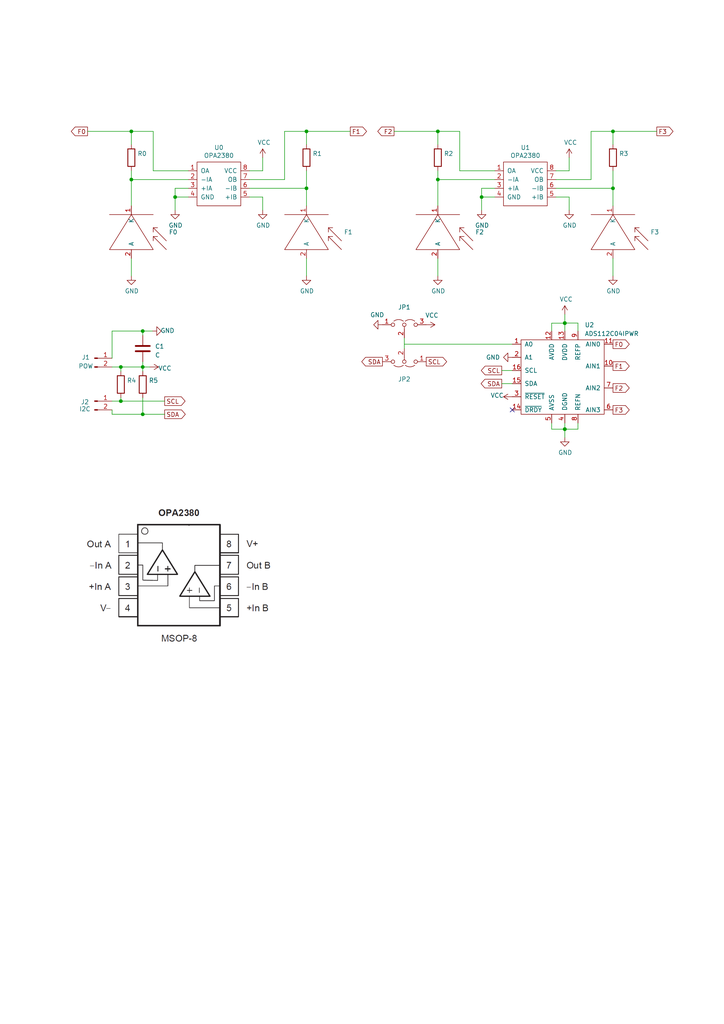
<source format=kicad_sch>
(kicad_sch (version 20230121) (generator eeschema)
  (paper "A4" portrait)
  (title_block (title "Helios - Circuito Sensorizado") (date "2022-07-25") (rev "1") (comment 1 "R = 2M") (comment 2 "VCC: 5V") (comment 3 "O0, O1, O2, O3: Salidas fotodiodos") (comment 4 "Autor: Jaime Bravo Algaba"))
  (lib_symbols
    (symbol "ADS112C04:ADS112C04IPWR" (pin_names (offset 1.016))
      (property "Reference" "U" (at 13.97 16.51 0))
      (property "Value" "ADS112C04IPWR" (at 15.24 13.97 0))
      (symbol "ADS112C04IPWR_0_1"
        (rectangle (start -10.16 -10.16) (end 13.97 11.43))
      )
      (symbol "ADS112C04IPWR_1_1"
        (pin input line (at -12.7 10.16 0) (length 2.54) (name "A0") (number "1"))
        (pin input line (at 16.51 3.81 180) (length 2.54) (name "AIN1") (number "10"))
        (pin input line (at 16.51 10.16 180) (length 2.54) (name "AIN0") (number "11"))
        (pin power_in line (at -1.27 13.97 270) (length 2.54) (name "AVDD") (number "12"))
        (pin power_in line (at 2.54 13.97 270) (length 2.54) (name "DVDD") (number "13"))
        (pin output line (at -12.7 -8.89 0) (length 2.54) (name "~{DRDY}") (number "14"))
        (pin bidirectional line (at -12.7 -1.27 0) (length 2.54) (name "SDA") (number "15"))
        (pin bidirectional line (at -12.7 2.54 0) (length 2.54) (name "SCL") (number "16"))
        (pin input line (at -12.7 6.35 0) (length 2.54) (name "A1") (number "2"))
        (pin input line (at -12.7 -5.08 0) (length 2.54) (name "~{RESET}") (number "3"))
        (pin power_out line (at 2.54 -12.7 90) (length 2.54) (name "DGND") (number "4"))
        (pin power_out line (at -1.27 -12.7 90) (length 2.54) (name "AVSS") (number "5"))
        (pin input line (at 16.51 -8.89 180) (length 2.54) (name "AIN3") (number "6"))
        (pin input line (at 16.51 -2.54 180) (length 2.54) (name "AIN2") (number "7"))
        (pin power_out line (at 6.35 -12.7 90) (length 2.54) (name "REFN") (number "8"))
        (pin power_in line (at 6.35 13.97 270) (length 2.54) (name "REFP") (number "9"))
      )
    )
    (symbol "Connector:Conn_01x02_Pin" (pin_names (offset 1.016) hide)
      (property "Reference" "J" (at 0 2.54 0))
      (property "Value" "Conn_01x02_Pin" (at 0 -5.08 0))
      (symbol "Conn_01x02_Pin_1_1"
        (polyline (pts (xy 1.27 -2.54) (xy 0.8636 -2.54)) (stroke (width 0.1524)))
        (polyline (pts (xy 1.27 0) (xy 0.8636 0)) (stroke (width 0.1524)))
        (rectangle (start 0.8636 -2.413) (end 0 -2.667) (stroke (width 0.1524)) (fill (type outline)))
        (rectangle (start 0.8636 0.127) (end 0 -0.127) (stroke (width 0.1524)) (fill (type outline)))
        (pin passive line (at 5.08 0 180) (length 3.81) (name "Pin_1") (number "1"))
        (pin passive line (at 5.08 -2.54 180) (length 3.81) (name "Pin_2") (number "2"))
      )
    )
    (symbol "Device:C" (pin_numbers hide) (pin_names (offset 0.254))
      (property "Reference" "C" (at 0.635 2.54 0))
      (property "Value" "C" (at 0.635 -2.54 0))
      (symbol "C_0_1"
        (polyline (pts (xy -2.032 -0.762) (xy 2.032 -0.762)) (stroke (width 0.508)))
        (polyline (pts (xy -2.032 0.762) (xy 2.032 0.762)) (stroke (width 0.508)))
      )
      (symbol "C_1_1"
        (pin passive line (at 0 3.81 270) (length 2.794) (name "~") (number "1"))
        (pin passive line (at 0 -3.81 90) (length 2.794) (name "~") (number "2"))
      )
    )
    (symbol "Device:R" (pin_numbers hide) (pin_names (offset 0))
      (property "Reference" "R" (at 2.032 0 90))
      (property "Value" "R" (at 0 0 90))
      (symbol "R_0_1"
        (rectangle (start -1.016 -2.54) (end 1.016 2.54) (stroke (width 0.254)))
      )
      (symbol "R_1_1"
        (pin passive line (at 0 3.81 270) (length 1.27) (name "~") (number "1"))
        (pin passive line (at 0 -3.81 90) (length 1.27) (name "~") (number "2"))
      )
    )
    (symbol "Helios:OPA2380" (pin_names (offset 1.016))
      (property "Reference" "U" (at 0 0 0))
      (property "Value" "OPA2380" (at 0 7.62 0))
      (symbol "OPA2380_0_1"
        (rectangle (start -6.35 -6.35) (end 6.35 6.35))
      )
      (symbol "OPA2380_1_1"
        (pin output line (at -8.89 3.81 0) (length 2.54) (name "OA") (number "1"))
        (pin input line (at -8.89 1.27 0) (length 2.54) (name "-IA") (number "2"))
        (pin input line (at -8.89 -1.27 0) (length 2.54) (name "+IA") (number "3"))
        (pin power_out line (at -8.89 -3.81 0) (length 2.54) (name "GND") (number "4"))
        (pin input line (at 8.89 -3.81 180) (length 2.54) (name "+IB") (number "5"))
        (pin input line (at 8.89 -1.27 180) (length 2.54) (name "-IB") (number "6"))
        (pin output line (at 8.89 1.27 180) (length 2.54) (name "OB") (number "7"))
        (pin power_in line (at 8.89 3.81 180) (length 2.54) (name "VCC") (number "8"))
      )
    )
    (symbol "Helios:SFH2704" (pin_names (offset 1.016))
      (property "Reference" "F" (at 0 0 0))
      (property "Value" "SFH2704" (at 0 12.7 0))
      (symbol "SFH2704_0_1"
        (polyline (pts (xy -5.08 6.35) (xy -5.08 -6.35)))
        (polyline (pts (xy -1.27 6.35) (xy 0 6.35)))
        (polyline (pts (xy 1.27 6.35) (xy 5.08 10.16)))
        (polyline (pts (xy 1.27 7.62) (xy 1.27 6.35) (xy 2.54 6.35)))
        (polyline (pts (xy -5.08 0) (xy 5.08 6.35) (xy 5.08 -6.35) (xy -5.08 0)))
        (polyline (pts (xy 2.54 10.16) (xy -1.27 6.35) (xy -1.27 7.62) (xy -1.27 6.35)))
      )
      (symbol "SFH2704_1_1"
        (pin output line (at -7.62 0 0) (length 2.54) (name "K") (number "1"))
        (pin input line (at 7.62 0 180) (length 2.54) (name "A") (number "2"))
      )
    )
    (symbol "Jumper:Jumper_3_Open" (pin_names (offset 0) hide)
      (property "Reference" "JP" (at -2.54 -2.54 0))
      (property "Value" "Jumper_3_Open" (at 0 2.794 0))
      (symbol "Jumper_3_Open_0_0"
        (circle (center -3.302 0) (radius 0.508))
        (circle (center 0 0) (radius 0.508))
        (circle (center 3.302 0) (radius 0.508))
      )
      (symbol "Jumper_3_Open_0_1"
        (arc (start -0.254 1.016) (mid -1.651 1.4992) (end -3.048 1.016))
        (polyline (pts (xy 0 -0.508) (xy 0 -1.27)))
        (arc (start 3.048 1.016) (mid 1.651 1.4992) (end 0.254 1.016))
      )
      (symbol "Jumper_3_Open_1_1"
        (pin passive line (at -6.35 0 0) (length 2.54) (name "A") (number "1"))
        (pin passive line (at 0 -3.81 90) (length 2.54) (name "C") (number "2"))
        (pin passive line (at 6.35 0 180) (length 2.54) (name "B") (number "3"))
      )
    )
    (symbol "power:GND" (power) (pin_names (offset 0))
      (property "Value" "GND" (at 0 -3.81 0))
      (symbol "GND_0_1"
        (polyline (pts (xy 0 0) (xy 0 -1.27) (xy 1.27 -1.27) (xy 0 -2.54) (xy -1.27 -1.27) (xy 0 -1.27)))
      )
      (symbol "GND_1_1"
        (pin power_in line (at 0 0 270) (length 0) hide (name "GND") (number "1"))
      )
    )
    (symbol "power:VCC" (power) (pin_names (offset 0))
      (property "Value" "VCC" (at 0 3.81 0))
      (symbol "VCC_0_1"
        (polyline (pts (xy -0.762 1.27) (xy 0 2.54)))
        (polyline (pts (xy 0 0) (xy 0 2.54)))
        (polyline (pts (xy 0 2.54) (xy 0.762 1.27)))
      )
      (symbol "VCC_1_1"
        (pin power_in line (at 0 0 90) (length 0) hide (name "VCC") (number "1"))
      )
    )
  )
  (junction (at 163.8284 124.46))
  (junction (at 163.83 93.726))
  (junction (at 41.402 106.426))
  (junction (at 177.8 38.1))
  (junction (at 127 52.07))
  (junction (at 35.052 116.332))
  (junction (at 41.402 120.142))
  (junction (at 41.402 96.012))
  (junction (at 127 38.1))
  (junction (at 88.9 54.61))
  (junction (at 50.8 57.15))
  (junction (at 88.9 38.1))
  (junction (at 163.83 124.46))
  (junction (at 35.052 106.426))
  (junction (at 38.1 52.07))
  (junction (at 177.8 54.61))
  (junction (at 163.83 93.6832))
  (junction (at 38.1 38.1))
  (junction (at 139.7 57.15))
  (no_connect (at 148.59 118.872))
  (wire (pts (xy 54.61 57.15) (xy 50.8 57.15)))
  (wire (pts (xy 35.052 106.426) (xy 35.052 107.696)))
  (wire (pts (xy 177.8 54.61) (xy 177.8 59.69)))
  (wire (pts (xy 171.45 38.1) (xy 171.45 52.07)))
  (wire (pts (xy 32.512 118.872) (xy 32.512 120.142)))
  (wire (pts (xy 35.052 106.426) (xy 32.512 106.426)))
  (wire (pts (xy 47.752 116.332) (xy 35.052 116.332)))
  (wire (pts (xy 160.02 93.726) (xy 163.83 93.726)))
  (wire (pts (xy 38.1 38.1) (xy 44.45 38.1)))
  (wire (pts (xy 54.61 54.61) (xy 50.8 54.61)))
  (wire (pts (xy 54.61 52.07) (xy 38.1 52.07)))
  (wire (pts (xy 165.1 60.96) (xy 165.1 57.15)))
  (wire (pts (xy 143.51 57.15) (xy 139.7 57.15)))
  (wire (pts (xy 143.51 54.61) (xy 139.7 54.61)))
  (wire (pts (xy 163.83 124.46) (xy 167.64 124.46)))
  (wire (pts (xy 177.8 41.91) (xy 177.8 38.1)))
  (wire (pts (xy 177.8 74.93) (xy 177.8 80.01)))
  (wire (pts (xy 38.1 49.53) (xy 38.1 52.07)))
  (wire (pts (xy 44.45 38.1) (xy 44.45 49.53)))
  (wire (pts (xy 32.512 120.142) (xy 41.402 120.142)))
  (wire (pts (xy 25.4 38.1) (xy 38.1 38.1)))
  (wire (pts (xy 165.1 57.15) (xy 161.29 57.15)))
  (wire (pts (xy 139.7 54.61) (xy 139.7 57.15)))
  (wire (pts (xy 167.64 124.46) (xy 167.64 122.682)))
  (wire (pts (xy 38.1 41.91) (xy 38.1 38.1)))
  (wire (pts (xy 76.2 57.15) (xy 72.39 57.15)))
  (wire (pts (xy 160.02 122.682) (xy 160.02 124.46)))
  (wire (pts (xy 32.512 116.332) (xy 35.052 116.332)))
  (wire (pts (xy 44.45 49.53) (xy 54.61 49.53)))
  (wire (pts (xy 145.542 111.252) (xy 148.59 111.252)))
  (wire (pts (xy 50.8 54.61) (xy 50.8 57.15)))
  (wire (pts (xy 117.2754 97.9853) (xy 117.2754 101.0787)))
  (wire (pts (xy 41.402 106.426) (xy 41.402 107.696)))
  (wire (pts (xy 171.45 52.07) (xy 161.29 52.07)))
  (wire (pts (xy 190.5 38.1) (xy 177.8 38.1)))
  (wire (pts (xy 161.29 54.61) (xy 177.8 54.61)))
  (wire (pts (xy 160.02 96.012) (xy 160.02 93.726)))
  (wire (pts (xy 127 41.91) (xy 127 38.1)))
  (wire (pts (xy 127 49.53) (xy 127 52.07)))
  (wire (pts (xy 139.7 57.15) (xy 139.7 60.96)))
  (wire (pts (xy 177.8 54.61) (xy 177.8 49.53)))
  (wire (pts (xy 127 74.93) (xy 127 80.01)))
  (wire (pts (xy 72.39 49.53) (xy 76.2 49.53)))
  (wire (pts (xy 41.402 115.316) (xy 41.402 120.142)))
  (wire (pts (xy 163.8284 124.46) (xy 163.83 124.46)))
  (wire (pts (xy 41.402 120.142) (xy 47.752 120.142)))
  (wire (pts (xy 88.9 54.61) (xy 88.9 49.53)))
  (wire (pts (xy 32.512 96.012) (xy 32.512 103.886)))
  (wire (pts (xy 165.1 49.53) (xy 165.1 45.72)))
  (wire (pts (xy 41.402 106.426) (xy 35.052 106.426)))
  (wire (pts (xy 35.052 115.316) (xy 35.052 116.332)))
  (wire (pts (xy 167.64 96.012) (xy 167.64 93.6832)))
  (wire (pts (xy 133.35 49.53) (xy 143.51 49.53)))
  (wire (pts (xy 38.1 52.07) (xy 38.1 59.69)))
  (wire (pts (xy 50.8 57.15) (xy 50.8 60.96)))
  (wire (pts (xy 38.1 74.93) (xy 38.1 80.01)))
  (wire (pts (xy 101.6 38.1) (xy 88.9 38.1)))
  (wire (pts (xy 82.55 52.07) (xy 72.39 52.07)))
  (wire (pts (xy 41.402 104.902) (xy 41.402 106.426)))
  (wire (pts (xy 41.402 96.012) (xy 41.402 97.282)))
  (wire (pts (xy 145.542 107.442) (xy 148.59 107.442)))
  (wire (pts (xy 117.348 99.822) (xy 148.59 99.822)))
  (wire (pts (xy 41.402 96.012) (xy 44.196 96.012)))
  (wire (pts (xy 163.83 93.6832) (xy 163.83 93.726)))
  (wire (pts (xy 127 38.1) (xy 133.35 38.1)))
  (wire (pts (xy 88.9 74.93) (xy 88.9 80.01)))
  (wire (pts (xy 163.83 122.682) (xy 163.83 124.46)))
  (wire (pts (xy 143.51 52.07) (xy 127 52.07)))
  (wire (pts (xy 88.9 41.91) (xy 88.9 38.1)))
  (wire (pts (xy 160.02 124.46) (xy 163.8284 124.46)))
  (wire (pts (xy 72.39 54.61) (xy 88.9 54.61)))
  (wire (pts (xy 32.512 96.012) (xy 41.402 96.012)))
  (wire (pts (xy 76.2 49.53) (xy 76.2 45.72)))
  (wire (pts (xy 161.29 49.53) (xy 165.1 49.53)))
  (wire (pts (xy 163.83 93.726) (xy 163.83 96.012)))
  (wire (pts (xy 76.2 60.96) (xy 76.2 57.15)))
  (wire (pts (xy 133.35 38.1) (xy 133.35 49.53)))
  (wire (pts (xy 163.8284 126.8589) (xy 163.8284 124.46)))
  (wire (pts (xy 167.64 93.6832) (xy 163.83 93.6832)))
  (wire (pts (xy 127 52.07) (xy 127 59.69)))
  (wire (pts (xy 43.434 106.426) (xy 41.402 106.426)))
  (wire (pts (xy 177.8 38.1) (xy 171.45 38.1)))
  (wire (pts (xy 88.9 38.1) (xy 82.55 38.1)))
  (wire (pts (xy 82.55 38.1) (xy 82.55 52.07)))
  (wire (pts (xy 114.3 38.1) (xy 127 38.1)))
  (wire (pts (xy 163.83 91.186) (xy 163.83 93.6832)))
  (wire (pts (xy 88.9 54.61) (xy 88.9 59.69)))
  (image (at 52.324 166.878))
  (global_label "SDA" (shape output) (at 145.542 111.252 180) (property "Intersheetrefs" "${INTERSHEET_REFS}" (effects hide)))
  (global_label "SDA" (shape output) (at 47.752 120.142 0) (property "Intersheetrefs" "${INTERSHEET_REFS}" (effects hide)))
  (global_label "F2" (shape output) (at 114.3 38.1 180) (property "Intersheetrefs" "${INTERSHEET_REFS}" (effects hide)))
  (global_label "F1" (shape output) (at 177.8 106.172 0) (property "Intersheetrefs" "${INTERSHEET_REFS}" (effects hide)))
  (global_label "F1" (shape output) (at 101.6 38.1 0) (property "Intersheetrefs" "${INTERSHEET_REFS}" (effects hide)))
  (global_label "SCL" (shape output) (at 123.6254 104.8887 0) (property "Intersheetrefs" "${INTERSHEET_REFS}" (effects hide)))
  (global_label "F2" (shape output) (at 177.8 112.522 0) (property "Intersheetrefs" "${INTERSHEET_REFS}" (effects hide)))
  (global_label "F0" (shape output) (at 177.8 99.822 0) (property "Intersheetrefs" "${INTERSHEET_REFS}" (effects hide)))
  (global_label "SCL" (shape output) (at 145.542 107.442 180) (property "Intersheetrefs" "${INTERSHEET_REFS}" (effects hide)))
  (global_label "F3" (shape output) (at 177.8 118.872 0) (property "Intersheetrefs" "${INTERSHEET_REFS}" (effects hide)))
  (global_label "SCL" (shape output) (at 47.752 116.332 0) (property "Intersheetrefs" "${INTERSHEET_REFS}" (effects hide)))
  (global_label "SDA" (shape output) (at 110.9254 104.8887 180) (property "Intersheetrefs" "${INTERSHEET_REFS}" (effects hide)))
  (global_label "F0" (shape output) (at 25.4 38.1 180) (property "Intersheetrefs" "${INTERSHEET_REFS}" (effects hide)))
  (global_label "F3" (shape output) (at 190.5 38.1 0) (property "Intersheetrefs" "${INTERSHEET_REFS}" (effects hide)))
  (symbol (lib_id "Helios:SFH2704") (at 88.9 67.31 270) (unit 1)
    (property "Reference" "F1" (at 99.7712 67.31 90) (effects (justify left)))
    (property "Value" "SFH2704" (effects hide))
    (property "Footprint" "Helios:SFH2704_Photodiode" (effects hide))
    (property "Datasheet" "$(KICAD_DATASHEET_DIR)/SFH 2704_Photodiode.pdf" (effects hide))
  )
  (symbol (lib_id "Helios:OPA2380") (at 63.5 53.34 0) (unit 1)
    (property "Reference" "U0" (at 63.5 42.799 0))
    (property "Value" "OPA2380" (at 63.5 45.1104 0))
    (property "Footprint" "Helios:OPA2380" (effects hide))
    (property "Datasheet" "$(KICAD_DATASHEET_DIR)/opa2380.pdf" (effects hide))
  )
  (symbol (lib_id "power:VCC") (at 76.2 45.72 0) (unit 1)
    (property "Reference" "#PWR0106" (effects hide))
    (property "Value" "VCC" (at 76.581 41.3258 0))
  )
  (symbol (lib_id "power:GND") (at 50.8 60.96 0) (unit 1)
    (property "Reference" "#PWR0107" (effects hide))
    (property "Value" "GND" (at 50.927 65.3542 0))
  )
  (symbol (lib_id "power:GND") (at 76.2 60.96 0) (unit 1)
    (property "Reference" "#PWR0108" (effects hide))
    (property "Value" "GND" (at 76.327 65.3542 0))
  )
  (symbol (lib_id "power:GND") (at 88.9 80.01 0) (unit 1)
    (property "Reference" "#PWR0109" (effects hide))
    (property "Value" "GND" (at 89.027 84.4042 0))
  )
  (symbol (lib_id "power:GND") (at 38.1 80.01 0) (unit 1)
    (property "Reference" "#PWR0110" (effects hide))
    (property "Value" "GND" (at 38.227 84.4042 0))
  )
  (symbol (lib_id "Device:R") (at 38.1 45.72 0) (unit 1)
    (property "Reference" "R0" (at 39.878 44.5516 0) (effects (justify left)))
    (property "Value" "Rf" (effects hide))
    (property "Footprint" "Resistor_SMD:R_0805_2012Metric" (effects hide))
    (property "Datasheet" "$(KICAD_DATASHEET_DIR)/2M2_Resistance.pdf" (effects hide))
  )
  (symbol (lib_id "Device:R") (at 88.9 45.72 0) (unit 1)
    (property "Reference" "R1" (at 90.678 44.5516 0) (effects (justify left)))
    (property "Value" "Rf" (effects hide))
    (property "Footprint" "Resistor_SMD:R_0805_2012Metric" (effects hide))
    (property "Datasheet" "$(KICAD_DATASHEET_DIR)/2M2_Resistance.pdf" (effects hide))
  )
  (symbol (lib_id "Helios:SFH2704") (at 38.1 67.31 270) (unit 1)
    (property "Reference" "F0" (at 48.9712 67.31 90) (effects (justify left)))
    (property "Value" "SFH2704" (effects hide))
    (property "Footprint" "Helios:SFH2704_Photodiode" (effects hide))
    (property "Datasheet" "2704_Photodiode.pdf" (effects hide))
  )
  (symbol (lib_id "power:GND") (at 127 80.01 0) (unit 1)
    (property "Reference" "#PWR0104" (effects hide))
    (property "Value" "GND" (at 127.127 84.4042 0))
  )
  (symbol (lib_id "power:GND") (at 44.196 96.012 90) (unit 1)
    (property "Reference" "#PWR05" (effects hide))
    (property "Value" "GND" (at 48.5902 95.885 90))
  )
  (symbol (lib_id "Helios:OPA2380") (at 152.4 53.34 0) (unit 1)
    (property "Reference" "U1" (at 152.4 42.799 0))
    (property "Value" "OPA2380" (at 152.4 45.1104 0))
    (property "Footprint" "Helios:OPA2380" (effects hide))
    (property "Datasheet" "$(KICAD_DATASHEET_DIR)/opa2380.pdf" (effects hide))
  )
  (symbol (lib_id "power:VCC") (at 165.1 45.72 0) (unit 1)
    (property "Reference" "#PWR0102" (effects hide))
    (property "Value" "VCC" (at 165.481 41.3258 0))
  )
  (symbol (lib_id "power:VCC") (at 43.434 106.426 270) (unit 1)
    (property "Reference" "#PWR01" (effects hide))
    (property "Value" "VCC" (at 47.8282 106.807 90))
  )
  (symbol (lib_id "power:GND") (at 148.59 103.632 270) (unit 1)
    (property "Reference" "#PWR08" (effects hide))
    (property "Value" "GND" (at 143.002 103.632 90))
  )
  (symbol (lib_id "Device:R") (at 41.402 111.506 0) (unit 1)
    (property "Reference" "R5" (at 43.18 110.3376 0) (effects (justify left)))
    (property "Value" "Rf" (effects hide))
    (property "Footprint" "Resistor_SMD:R_0805_2012Metric" (effects hide))
    (property "Datasheet" "$(KICAD_DATASHEET_DIR)/2M2_Resistance.pdf" (effects hide))
  )
  (symbol (lib_id "Jumper:Jumper_3_Open") (at 117.2754 94.1753 0) (unit 1)
    (property "Reference" "JP1" (at 117.2754 89.0953 0))
    (property "Value" "Jumper_3_Open" (effects hide))
    (property "Footprint" "Jumper:SolderJumper-3_P1.3mm_Open_Pad1.0x1.5mm" (effects hide))
  )
  (symbol (lib_id "Device:R") (at 35.052 111.506 0) (unit 1)
    (property "Reference" "R4" (at 36.83 110.3376 0) (effects (justify left)))
    (property "Value" "Rf" (effects hide))
    (property "Footprint" "Resistor_SMD:R_0805_2012Metric" (effects hide))
    (property "Datasheet" "$(KICAD_DATASHEET_DIR)/2M2_Resistance.pdf" (effects hide))
  )
  (symbol (lib_id "Device:C") (at 41.402 101.092 0) (unit 1)
    (property "Reference" "C1" (at 44.958 100.457 0) (effects (justify left)))
    (property "Value" "C" (at 44.958 102.997 0) (effects (justify left)))
    (property "Footprint" "Capacitor_SMD:C_0805_2012Metric" (effects hide))
  )
  (symbol (lib_id "Device:R") (at 127 45.72 0) (unit 1)
    (property "Reference" "R2" (at 128.778 44.5516 0) (effects (justify left)))
    (property "Value" "Rf" (effects hide))
    (property "Footprint" "Resistor_SMD:R_0805_2012Metric" (effects hide))
    (property "Datasheet" "$(KICAD_DATASHEET_DIR)/2M2_Resistance.pdf" (effects hide))
  )
  (symbol (lib_id "power:VCC") (at 163.83 91.186 0) (unit 1)
    (property "Reference" "#PWR03" (effects hide))
    (property "Value" "VCC" (at 164.211 86.7918 0))
  )
  (symbol (lib_id "power:GND") (at 163.8284 126.8589 0) (unit 1)
    (property "Reference" "#PWR02" (effects hide))
    (property "Value" "GND" (at 163.9554 131.2531 0))
  )
  (symbol (lib_id "Connector:Conn_01x02_Pin") (at 27.432 116.332 0) (unit 1)
    (property "Reference" "J2" (at 24.638 116.586 0))
    (property "Value" "I2C" (at 24.638 118.618 0))
    (property "Footprint" "XTConnectors:XT30U-M_1x02_P5.0mm_Vertical" (effects hide))
  )
  (symbol (lib_id "power:GND") (at 110.9254 94.1753 270) (unit 1)
    (property "Reference" "#PWR06" (effects hide))
    (property "Value" "GND" (at 109.4189 91.3184 90))
  )
  (symbol (lib_id "power:VCC") (at 123.6254 94.1753 270) (unit 1)
    (property "Reference" "#PWR07" (effects hide))
    (property "Value" "VCC" (at 125.2747 91.4612 90))
  )
  (symbol (lib_id "power:GND") (at 177.8 80.01 0) (unit 1)
    (property "Reference" "#PWR0101" (effects hide))
    (property "Value" "GND" (at 177.927 84.4042 0))
  )
  (symbol (lib_id "Helios:SFH2704") (at 127 67.31 270) (unit 1)
    (property "Reference" "F2" (at 137.8712 67.31 90) (effects (justify left)))
    (property "Value" "SFH2704" (effects hide))
    (property "Footprint" "Helios:SFH2704_Photodiode" (effects hide))
    (property "Datasheet" "2704_Photodiode.pdf" (effects hide))
  )
  (symbol (lib_id "Connector:Conn_01x02_Pin") (at 27.432 103.886 0) (unit 1)
    (property "Reference" "J1" (at 24.892 103.632 0))
    (property "Value" "POW" (at 24.892 106.172 0))
    (property "Footprint" "XTConnectors:XT30U-M_1x02_P5.0mm_Vertical" (effects hide))
  )
  (symbol (lib_id "power:GND") (at 165.1 60.96 0) (unit 1)
    (property "Reference" "#PWR0103" (effects hide))
    (property "Value" "GND" (at 165.227 65.3542 0))
  )
  (symbol (lib_id "power:GND") (at 139.7 60.96 0) (unit 1)
    (property "Reference" "#PWR0105" (effects hide))
    (property "Value" "GND" (at 139.827 65.3542 0))
  )
  (symbol (lib_id "Helios:SFH2704") (at 177.8 67.31 270) (unit 1)
    (property "Reference" "F3" (at 188.6712 67.31 90) (effects (justify left)))
    (property "Value" "SFH2704" (effects hide))
    (property "Footprint" "Helios:SFH2704_Photodiode" (effects hide))
    (property "Datasheet" "$(KICAD_DATASHEET_DIR)/SFH 2704_Photodiode.pdf" (effects hide))
  )
  (symbol (lib_id "Device:R") (at 177.8 45.72 0) (unit 1)
    (property "Reference" "R3" (at 179.578 44.5516 0) (effects (justify left)))
    (property "Value" "Rf" (effects hide))
    (property "Footprint" "Resistor_SMD:R_0805_2012Metric" (effects hide))
    (property "Datasheet" "$(KICAD_DATASHEET_DIR)/2M2_Resistance.pdf" (effects hide))
  )
  (symbol (lib_id "power:VCC") (at 148.59 115.062 90) (unit 1)
    (property "Reference" "#PWR04" (effects hide))
    (property "Value" "VCC" (at 144.1958 114.681 90))
  )
  (symbol (lib_id "ADS112C04:ADS112C04IPWR") (at 161.29 109.982 0) (unit 1)
    (property "Reference" "U2" (at 169.5959 94.234 0) (effects (justify left)))
    (property "Value" "ADS112C04IPWR" (at 169.5959 96.774 0) (effects (justify left)))
    (property "Footprint" "Package_SO:TSSOP-16_4.4x5mm_P0.65mm" (effects hide))
    (property "Datasheet" "http://www.ti.com/lit/ds/symlink/ads112c04.pdf" (effects hide))
  )
  (symbol (lib_id "Jumper:Jumper_3_Open") (at 117.2754 104.8887 180) (unit 1)
    (property "Reference" "JP2" (at 117.2754 109.9687 0))
    (property "Value" "Jumper_3_Open" (effects hide))
    (property "Footprint" "Jumper:SolderJumper-3_P1.3mm_Open_Pad1.0x1.5mm" (effects hide))
  )
)
</source>
